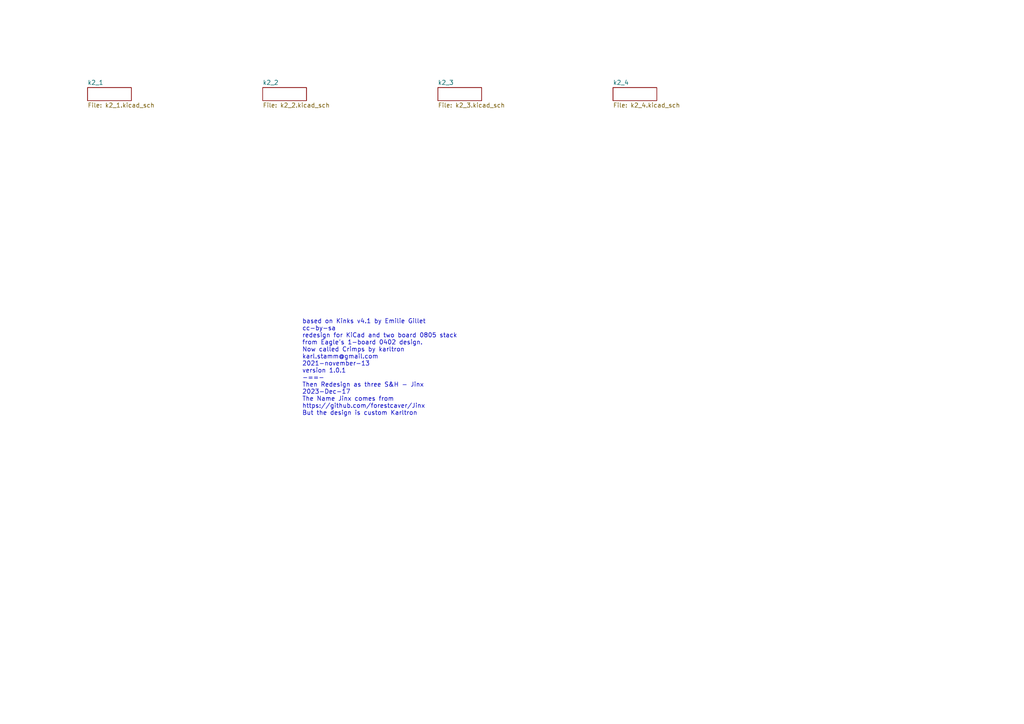
<source format=kicad_sch>
(kicad_sch (version 20230121) (generator eeschema)
  (paper "A4")
  (title_block (title "Jinx") (date "2023-12-17") (rev "1.0.1") (company "Karltron") (comment 1 "S&H from Mutable Instruments Kinks") (comment 2 "cc-by-sa-3 viral"))
  (lib_symbols)
  (text "based on Kinks v4.1 by Emilie Gillet\ncc-by-sa\nredesign for KiCad and two board 0805 stack\nfrom Eagle's 1-board 0402 design.\nNow called Crimps by karltron\nkarl.stamm@gmail.com \n2021-november-13\nversion 1.0.1\n-==-\nThen Redesign as three S&H - Jinx\n2023-Dec-17\nThe Name Jinx comes from \nhttps://github.com/forestcaver/Jinx\nBut the design is custom Karltron" (at 87.63 120.65 0) (effects (font (size 1.27 1.27)) (justify left bottom)))
  (sheet (at 25.4 25.4) (size 12.7 3.81)
    (property "Sheetname" "k2_1" (at 25.4 24.6884 0) (effects (justify left bottom)))
    (property "Sheetfile" "k2_1.kicad_sch" (at 25.4 29.7946 0) (effects (justify left top)))
  )
  (sheet (at 76.2 25.4) (size 12.7 3.81)
    (property "Sheetname" "k2_2" (at 76.2 24.6884 0) (effects (justify left bottom)))
    (property "Sheetfile" "k2_2.kicad_sch" (at 76.2 29.7946 0) (effects (justify left top)))
  )
  (sheet (at 127 25.4) (size 12.7 3.81)
    (property "Sheetname" "k2_3" (at 127 24.6884 0) (effects (justify left bottom)))
    (property "Sheetfile" "k2_3.kicad_sch" (at 127 29.7946 0) (effects (justify left top)))
  )
  (sheet (at 177.8 25.4) (size 12.7 3.81)
    (property "Sheetname" "k2_4" (at 177.8 24.6884 0) (effects (justify left bottom)))
    (property "Sheetfile" "k2_4.kicad_sch" (at 177.8 29.7946 0) (effects (justify left top)))
  )
)
</source>
